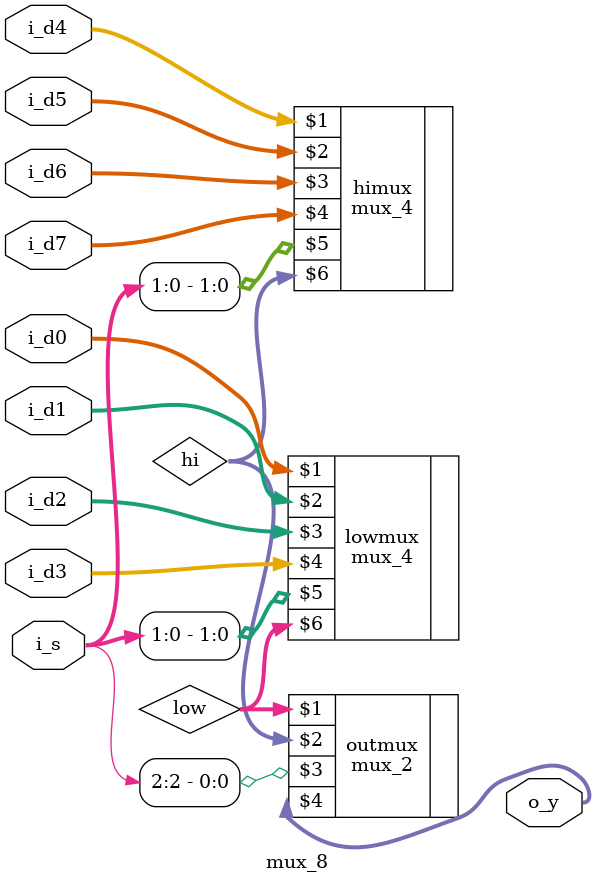
<source format=sv>
`timescale 1ns / 1ps

module mux_8 #(parameter width=8)(
        input  logic [width-1:0] i_d0, i_d1, i_d2, i_d3, i_d4, i_d5, i_d6, i_d7,
        input  logic [2:0]       i_s,
        output logic [width-1:0] o_y);

    logic [width-1:0] low, hi;

    mux_4 #(width) lowmux(i_d0,  i_d1, i_d2, i_d3, i_s[1:0], low);
    mux_4 #(width) himux (i_d4,  i_d5, i_d6, i_d7, i_s[1:0], hi );
    mux_2 #(width) outmux(low, hi, i_s[2]  , o_y);

endmodule

</source>
